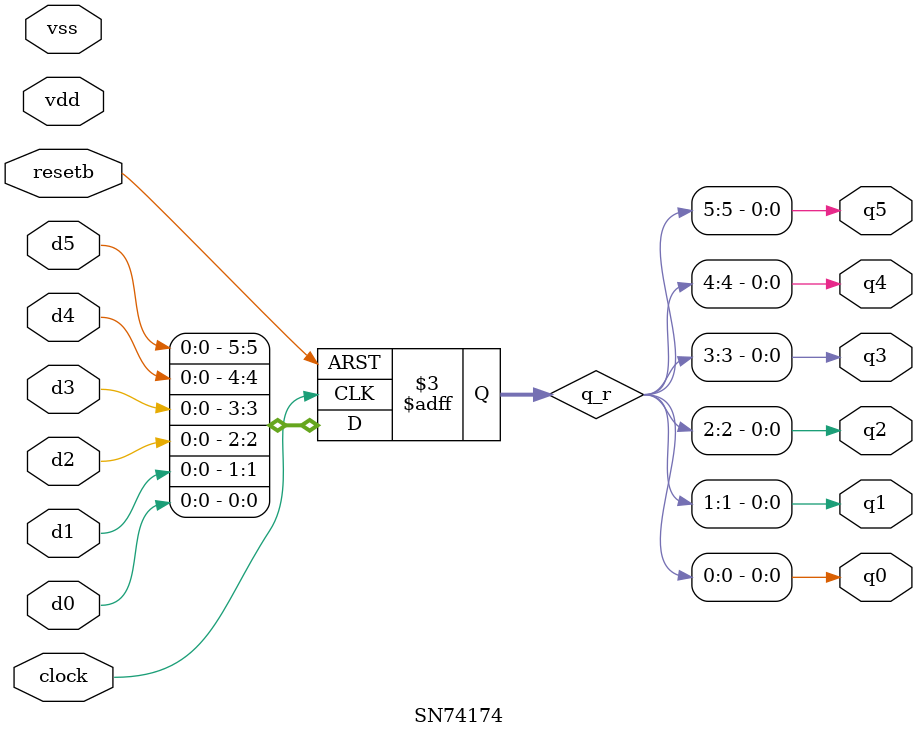
<source format=v>
/*
 * lib74.v
 * 
 * Verilog simulation models for 74 series ICs
 * 
 */


// Quad nand2 74HCT00
module SN7400 (
               i0_0, i0_1, o0,
               i1_0, i1_1, o1,
               i2_0, i2_1, o2,
               i3_0, i3_1, o3,
               vss, vdd               
               );
  input i0_0, i0_1;
  input i1_0, i1_1;
  input i2_0, i2_1;
  input i3_0, i3_1;
  output o0;
  output o1;
  output o2;
  output o3;  
  input  vss, vdd;
  
  nand U0( o0, i0_0, i0_1);  
  nand U1( o1, i1_0, i1_1);  
  nand U2( o2, i2_0, i2_1);  
  nand U3( o3, i3_0, i3_1); 
endmodule

// Quad NOR2 74HCT02
module SN7402 (
               i0_0, i0_1, o0,
               i1_0, i1_1, o1,
               i2_0, i2_1, o2,
               i3_0, i3_1, o3,
               vss, vdd               
               );
  input i0_0, i0_1;
  input i1_0, i1_1;
  input i2_0, i2_1;
  input i3_0, i3_1;
  output o0;
  output o1;
  output o2;
  output o3;  
  input  vss, vdd;
  
  nor U0( o0, i0_0, i0_1);  
  nor U1( o1, i1_0, i1_1);  
  nor U2( o2, i2_0, i2_1);  
  nor U3( o3, i3_0, i3_1); 
endmodule

// Quad AND2 74HCT08
module SN7408 (
               i0_0, i0_1, o0,
               i1_0, i1_1, o1,
               i2_0, i2_1, o2,
               i3_0, i3_1, o3,
               vss, vdd               
               );
  input i0_0, i0_1;
  input i1_0, i1_1;
  input i2_0, i2_1;
  input i3_0, i3_1;
  output o0;
  output o1;
  output o2;
  output o3;  
  input  vss, vdd;
  
        
  and U0( o0, i0_0, i0_1);  
  and U1( o1, i1_0, i1_1);  
  and U2( o2, i2_0, i2_1);  
  and U3( o3, i3_0, i3_1); 
endmodule


// Triple nand3 74HCT10
module SN7410 (
               i0_0, i0_1, i0_2, o0,
               i1_0, i1_1, i1_2, o1,
               i2_0, i2_1, i2_2, o2,
               vss, vdd
               );
  input i0_0, i0_1, i0_2;
  input i1_0, i1_1, i1_2;
  input i2_0, i2_1, i2_2;
  output o0;
  output o1;
  output o2;

  input  vss, vdd;
  
  nand U0( o0, i0_0, i0_1, i0_2);  
  nand U1( o1, i1_0, i1_1, i1_2);  
  nand U2( o2, i2_0, i2_1, i2_2);  
endmodule

// Triple NOR3 74HCT27
module SN7427 (
               i0_0, i0_1, i0_2, o0,
               i1_0, i1_1, i1_2, o1,
               i2_0, i2_1, i2_2, o2,
               vss, vdd
               );
  input i0_0, i0_1, i0_2;
  input i1_0, i1_1, i1_2;
  input i2_0, i2_1, i2_2;
  output o0;
  output o1;
  output o2;

  input  vss, vdd;
  
  nor U0( o0, i0_0, i0_1, i0_2);  
  nor U1( o1, i1_0, i1_1, i1_2);  
  nor U2( o2, i2_0, i2_1, i2_2);  
endmodule
 
// Quad or2 74HCT32
module SN7432 (
               i0_0, i0_1, o0,
               i1_0, i1_1, o1,
               i2_0, i2_1, o2,
               i3_0, i3_1, o3,
               vss, vdd               
               );
  input i0_0, i0_1;
  input i1_0, i1_1;
  input i2_0, i2_1;
  input i3_0, i3_1;
  output o0;
  output o1;
  output o2;
  output o3;  
  input  vss, vdd;
  
  
  or U0( o0, i0_0, i0_1);  
  or U1( o1, i1_0, i1_1);  
  or U2( o2, i2_0, i2_1);  
  or U3( o3, i3_0, i3_1); 
endmodule


// Quad Latch 74HCT75
module SN7475 (
               d0, q0, qb0,
               d1, q1, qb1,
               d2, q2, qb2,
               d3, q3, qb3,
               en01, en23,               
               vss, vdd               
               );
  input d0;
  input d1;
  input d2;
  input d3;
  input en01, en23;  
  output q0, qb0;
  output q1, qb1;
  output q2, qb2;
  output q3, qb3;  
  input  vss, vdd;

  reg [1:0] q01_r;
  reg [1:0] q23_r;  

  assign {q0,q1,qb0,qb1} = {q01_r, ~q01_r};
  assign {q2,q3,qb2,qb3} = {q23_r, ~q23_r};
  
  
  always @ ( * ) 
    if ( en01 )
      q01_r <= {d0, d1 } ;

  always @ ( * ) 
    if ( en23 ) 
      q23_r <= {d2, d3 } ;
  
endmodule
                    
// Hex posedge triggered D-FF with clear*
module SN74174 (
                clock,
                resetb,
                d0,
                d1,
                d2,
                d3,
                d4,
                d5,              
                q0,
                q1,
                q2,
                q3,
                q4,
                q5,
                vdd, 
                vss
                );
  input clock;  
  input resetb;  
  input d0;  
  input d1;  
  input d2;
  input d3;
  input d4;
  input d5;              
  output q0;
  output q1;
  output q2;
  output q3;
  output q4;
  output q5;
  input vdd; 
  input vss;

  reg [5:0] q_r;

  assign { q5,q4,q3,q2,q1,q0}  = q_r;  
  
  always @ (posedge clock or negedge resetb )
    if ( !resetb )
      q_r = 6'b0;
    else
      q_r= { d5,d4,d3,d2,d1,d0} ;
  
endmodule // SN74174


</source>
